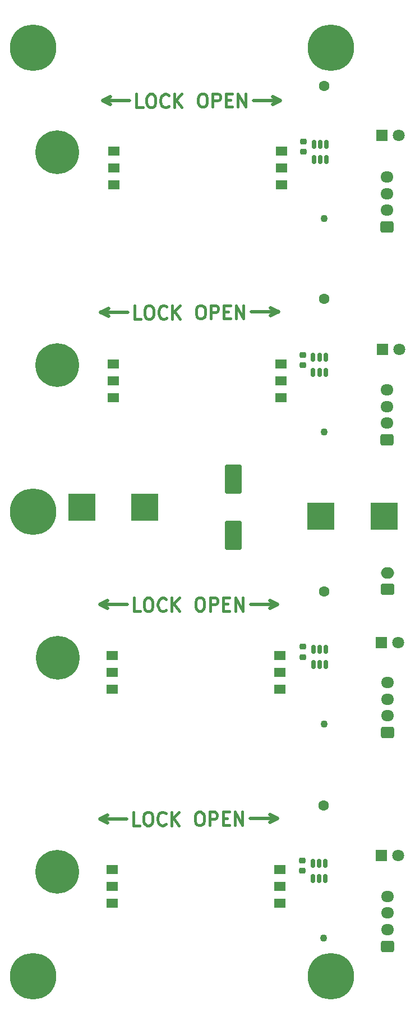
<source format=gts>
%TF.GenerationSoftware,KiCad,Pcbnew,6.0.11-2627ca5db0~126~ubuntu20.04.1*%
%TF.CreationDate,2023-02-14T13:04:39+06:00*%
%TF.ProjectId,Router_Modems,526f7574-6572-45f4-9d6f-64656d732e6b,rev?*%
%TF.SameCoordinates,PX3975790PY2486960*%
%TF.FileFunction,Soldermask,Top*%
%TF.FilePolarity,Negative*%
%FSLAX46Y46*%
G04 Gerber Fmt 4.6, Leading zero omitted, Abs format (unit mm)*
G04 Created by KiCad (PCBNEW 6.0.11-2627ca5db0~126~ubuntu20.04.1) date 2023-02-14 13:04:39*
%MOMM*%
%LPD*%
G01*
G04 APERTURE LIST*
G04 Aperture macros list*
%AMRoundRect*
0 Rectangle with rounded corners*
0 $1 Rounding radius*
0 $2 $3 $4 $5 $6 $7 $8 $9 X,Y pos of 4 corners*
0 Add a 4 corners polygon primitive as box body*
4,1,4,$2,$3,$4,$5,$6,$7,$8,$9,$2,$3,0*
0 Add four circle primitives for the rounded corners*
1,1,$1+$1,$2,$3*
1,1,$1+$1,$4,$5*
1,1,$1+$1,$6,$7*
1,1,$1+$1,$8,$9*
0 Add four rect primitives between the rounded corners*
20,1,$1+$1,$2,$3,$4,$5,0*
20,1,$1+$1,$4,$5,$6,$7,0*
20,1,$1+$1,$6,$7,$8,$9,0*
20,1,$1+$1,$8,$9,$2,$3,0*%
G04 Aperture macros list end*
%ADD10C,0.500000*%
%ADD11C,0.400000*%
%ADD12RoundRect,0.250000X1.000000X-1.950000X1.000000X1.950000X-1.000000X1.950000X-1.000000X-1.950000X0*%
%ADD13RoundRect,0.225000X0.250000X-0.225000X0.250000X0.225000X-0.250000X0.225000X-0.250000X-0.225000X0*%
%ADD14R,1.800000X1.800000*%
%ADD15C,1.800000*%
%ADD16C,7.000000*%
%ADD17RoundRect,0.250000X0.725000X-0.600000X0.725000X0.600000X-0.725000X0.600000X-0.725000X-0.600000X0*%
%ADD18O,1.950000X1.700000*%
%ADD19R,4.100000X4.100000*%
%ADD20R,1.800000X1.400000*%
%ADD21RoundRect,0.150000X-0.150000X0.512500X-0.150000X-0.512500X0.150000X-0.512500X0.150000X0.512500X0*%
%ADD22RoundRect,0.250000X0.750000X-0.600000X0.750000X0.600000X-0.750000X0.600000X-0.750000X-0.600000X0*%
%ADD23O,2.000000X1.700000*%
%ADD24C,6.600000*%
%ADD25C,1.600000*%
%ADD26C,1.100000*%
G04 APERTURE END LIST*
D10*
X10100000Y-83950000D02*
X11300000Y-83350000D01*
X37350000Y-7950000D02*
X36150000Y-7350000D01*
X36950000Y-83900000D02*
X35750000Y-84500000D01*
X37050000Y-39850000D02*
X35850000Y-40450000D01*
X32950000Y-39850000D02*
X37050000Y-39850000D01*
X10200000Y-39900000D02*
X11400000Y-39300000D01*
X33250000Y-7950000D02*
X37350000Y-7950000D01*
X36900000Y-116200000D02*
X35700000Y-115600000D01*
X10050000Y-116250000D02*
X11250000Y-115650000D01*
X37350000Y-7950000D02*
X36150000Y-8550000D01*
X10500000Y-8000000D02*
X11700000Y-7400000D01*
X14150000Y-116250000D02*
X10050000Y-116250000D01*
X14300000Y-39900000D02*
X10200000Y-39900000D01*
X36950000Y-83900000D02*
X35750000Y-83300000D01*
X14200000Y-83950000D02*
X10100000Y-83950000D01*
X10200000Y-39900000D02*
X11400000Y-40500000D01*
X10500000Y-8000000D02*
X11700000Y-8600000D01*
X36900000Y-116200000D02*
X35700000Y-116800000D01*
X32800000Y-116200000D02*
X36900000Y-116200000D01*
X14600000Y-8000000D02*
X10500000Y-8000000D01*
X10050000Y-116250000D02*
X11250000Y-116850000D01*
X10100000Y-83950000D02*
X11300000Y-84550000D01*
X37050000Y-39850000D02*
X35850000Y-39250000D01*
X32850000Y-83900000D02*
X36950000Y-83900000D01*
D11*
X16571428Y-9004761D02*
X15619047Y-9004761D01*
X15619047Y-7004761D01*
X17619047Y-7004761D02*
X18000000Y-7004761D01*
X18190476Y-7100000D01*
X18380952Y-7290476D01*
X18476190Y-7671428D01*
X18476190Y-8338095D01*
X18380952Y-8719047D01*
X18190476Y-8909523D01*
X18000000Y-9004761D01*
X17619047Y-9004761D01*
X17428571Y-8909523D01*
X17238095Y-8719047D01*
X17142857Y-8338095D01*
X17142857Y-7671428D01*
X17238095Y-7290476D01*
X17428571Y-7100000D01*
X17619047Y-7004761D01*
X20476190Y-8814285D02*
X20380952Y-8909523D01*
X20095238Y-9004761D01*
X19904761Y-9004761D01*
X19619047Y-8909523D01*
X19428571Y-8719047D01*
X19333333Y-8528571D01*
X19238095Y-8147619D01*
X19238095Y-7861904D01*
X19333333Y-7480952D01*
X19428571Y-7290476D01*
X19619047Y-7100000D01*
X19904761Y-7004761D01*
X20095238Y-7004761D01*
X20380952Y-7100000D01*
X20476190Y-7195238D01*
X21333333Y-9004761D02*
X21333333Y-7004761D01*
X22476190Y-9004761D02*
X21619047Y-7861904D01*
X22476190Y-7004761D02*
X21333333Y-8147619D01*
X16171428Y-84954761D02*
X15219047Y-84954761D01*
X15219047Y-82954761D01*
X17219047Y-82954761D02*
X17600000Y-82954761D01*
X17790476Y-83050000D01*
X17980952Y-83240476D01*
X18076190Y-83621428D01*
X18076190Y-84288095D01*
X17980952Y-84669047D01*
X17790476Y-84859523D01*
X17600000Y-84954761D01*
X17219047Y-84954761D01*
X17028571Y-84859523D01*
X16838095Y-84669047D01*
X16742857Y-84288095D01*
X16742857Y-83621428D01*
X16838095Y-83240476D01*
X17028571Y-83050000D01*
X17219047Y-82954761D01*
X20076190Y-84764285D02*
X19980952Y-84859523D01*
X19695238Y-84954761D01*
X19504761Y-84954761D01*
X19219047Y-84859523D01*
X19028571Y-84669047D01*
X18933333Y-84478571D01*
X18838095Y-84097619D01*
X18838095Y-83811904D01*
X18933333Y-83430952D01*
X19028571Y-83240476D01*
X19219047Y-83050000D01*
X19504761Y-82954761D01*
X19695238Y-82954761D01*
X19980952Y-83050000D01*
X20076190Y-83145238D01*
X20933333Y-84954761D02*
X20933333Y-82954761D01*
X22076190Y-84954761D02*
X21219047Y-83811904D01*
X22076190Y-82954761D02*
X20933333Y-84097619D01*
X16271428Y-40904761D02*
X15319047Y-40904761D01*
X15319047Y-38904761D01*
X17319047Y-38904761D02*
X17700000Y-38904761D01*
X17890476Y-39000000D01*
X18080952Y-39190476D01*
X18176190Y-39571428D01*
X18176190Y-40238095D01*
X18080952Y-40619047D01*
X17890476Y-40809523D01*
X17700000Y-40904761D01*
X17319047Y-40904761D01*
X17128571Y-40809523D01*
X16938095Y-40619047D01*
X16842857Y-40238095D01*
X16842857Y-39571428D01*
X16938095Y-39190476D01*
X17128571Y-39000000D01*
X17319047Y-38904761D01*
X20176190Y-40714285D02*
X20080952Y-40809523D01*
X19795238Y-40904761D01*
X19604761Y-40904761D01*
X19319047Y-40809523D01*
X19128571Y-40619047D01*
X19033333Y-40428571D01*
X18938095Y-40047619D01*
X18938095Y-39761904D01*
X19033333Y-39380952D01*
X19128571Y-39190476D01*
X19319047Y-39000000D01*
X19604761Y-38904761D01*
X19795238Y-38904761D01*
X20080952Y-39000000D01*
X20176190Y-39095238D01*
X21033333Y-40904761D02*
X21033333Y-38904761D01*
X22176190Y-40904761D02*
X21319047Y-39761904D01*
X22176190Y-38904761D02*
X21033333Y-40047619D01*
X16121428Y-117254761D02*
X15169047Y-117254761D01*
X15169047Y-115254761D01*
X17169047Y-115254761D02*
X17550000Y-115254761D01*
X17740476Y-115350000D01*
X17930952Y-115540476D01*
X18026190Y-115921428D01*
X18026190Y-116588095D01*
X17930952Y-116969047D01*
X17740476Y-117159523D01*
X17550000Y-117254761D01*
X17169047Y-117254761D01*
X16978571Y-117159523D01*
X16788095Y-116969047D01*
X16692857Y-116588095D01*
X16692857Y-115921428D01*
X16788095Y-115540476D01*
X16978571Y-115350000D01*
X17169047Y-115254761D01*
X20026190Y-117064285D02*
X19930952Y-117159523D01*
X19645238Y-117254761D01*
X19454761Y-117254761D01*
X19169047Y-117159523D01*
X18978571Y-116969047D01*
X18883333Y-116778571D01*
X18788095Y-116397619D01*
X18788095Y-116111904D01*
X18883333Y-115730952D01*
X18978571Y-115540476D01*
X19169047Y-115350000D01*
X19454761Y-115254761D01*
X19645238Y-115254761D01*
X19930952Y-115350000D01*
X20026190Y-115445238D01*
X20883333Y-117254761D02*
X20883333Y-115254761D01*
X22026190Y-117254761D02*
X21169047Y-116111904D01*
X22026190Y-115254761D02*
X20883333Y-116397619D01*
X25107142Y-38854761D02*
X25488095Y-38854761D01*
X25678571Y-38950000D01*
X25869047Y-39140476D01*
X25964285Y-39521428D01*
X25964285Y-40188095D01*
X25869047Y-40569047D01*
X25678571Y-40759523D01*
X25488095Y-40854761D01*
X25107142Y-40854761D01*
X24916666Y-40759523D01*
X24726190Y-40569047D01*
X24630952Y-40188095D01*
X24630952Y-39521428D01*
X24726190Y-39140476D01*
X24916666Y-38950000D01*
X25107142Y-38854761D01*
X26821428Y-40854761D02*
X26821428Y-38854761D01*
X27583333Y-38854761D01*
X27773809Y-38950000D01*
X27869047Y-39045238D01*
X27964285Y-39235714D01*
X27964285Y-39521428D01*
X27869047Y-39711904D01*
X27773809Y-39807142D01*
X27583333Y-39902380D01*
X26821428Y-39902380D01*
X28821428Y-39807142D02*
X29488095Y-39807142D01*
X29773809Y-40854761D02*
X28821428Y-40854761D01*
X28821428Y-38854761D01*
X29773809Y-38854761D01*
X30630952Y-40854761D02*
X30630952Y-38854761D01*
X31773809Y-40854761D01*
X31773809Y-38854761D01*
X25007142Y-82904761D02*
X25388095Y-82904761D01*
X25578571Y-83000000D01*
X25769047Y-83190476D01*
X25864285Y-83571428D01*
X25864285Y-84238095D01*
X25769047Y-84619047D01*
X25578571Y-84809523D01*
X25388095Y-84904761D01*
X25007142Y-84904761D01*
X24816666Y-84809523D01*
X24626190Y-84619047D01*
X24530952Y-84238095D01*
X24530952Y-83571428D01*
X24626190Y-83190476D01*
X24816666Y-83000000D01*
X25007142Y-82904761D01*
X26721428Y-84904761D02*
X26721428Y-82904761D01*
X27483333Y-82904761D01*
X27673809Y-83000000D01*
X27769047Y-83095238D01*
X27864285Y-83285714D01*
X27864285Y-83571428D01*
X27769047Y-83761904D01*
X27673809Y-83857142D01*
X27483333Y-83952380D01*
X26721428Y-83952380D01*
X28721428Y-83857142D02*
X29388095Y-83857142D01*
X29673809Y-84904761D02*
X28721428Y-84904761D01*
X28721428Y-82904761D01*
X29673809Y-82904761D01*
X30530952Y-84904761D02*
X30530952Y-82904761D01*
X31673809Y-84904761D01*
X31673809Y-82904761D01*
X24957142Y-115204761D02*
X25338095Y-115204761D01*
X25528571Y-115300000D01*
X25719047Y-115490476D01*
X25814285Y-115871428D01*
X25814285Y-116538095D01*
X25719047Y-116919047D01*
X25528571Y-117109523D01*
X25338095Y-117204761D01*
X24957142Y-117204761D01*
X24766666Y-117109523D01*
X24576190Y-116919047D01*
X24480952Y-116538095D01*
X24480952Y-115871428D01*
X24576190Y-115490476D01*
X24766666Y-115300000D01*
X24957142Y-115204761D01*
X26671428Y-117204761D02*
X26671428Y-115204761D01*
X27433333Y-115204761D01*
X27623809Y-115300000D01*
X27719047Y-115395238D01*
X27814285Y-115585714D01*
X27814285Y-115871428D01*
X27719047Y-116061904D01*
X27623809Y-116157142D01*
X27433333Y-116252380D01*
X26671428Y-116252380D01*
X28671428Y-116157142D02*
X29338095Y-116157142D01*
X29623809Y-117204761D02*
X28671428Y-117204761D01*
X28671428Y-115204761D01*
X29623809Y-115204761D01*
X30480952Y-117204761D02*
X30480952Y-115204761D01*
X31623809Y-117204761D01*
X31623809Y-115204761D01*
X25407142Y-6954761D02*
X25788095Y-6954761D01*
X25978571Y-7050000D01*
X26169047Y-7240476D01*
X26264285Y-7621428D01*
X26264285Y-8288095D01*
X26169047Y-8669047D01*
X25978571Y-8859523D01*
X25788095Y-8954761D01*
X25407142Y-8954761D01*
X25216666Y-8859523D01*
X25026190Y-8669047D01*
X24930952Y-8288095D01*
X24930952Y-7621428D01*
X25026190Y-7240476D01*
X25216666Y-7050000D01*
X25407142Y-6954761D01*
X27121428Y-8954761D02*
X27121428Y-6954761D01*
X27883333Y-6954761D01*
X28073809Y-7050000D01*
X28169047Y-7145238D01*
X28264285Y-7335714D01*
X28264285Y-7621428D01*
X28169047Y-7811904D01*
X28073809Y-7907142D01*
X27883333Y-8002380D01*
X27121428Y-8002380D01*
X29121428Y-7907142D02*
X29788095Y-7907142D01*
X30073809Y-8954761D02*
X29121428Y-8954761D01*
X29121428Y-6954761D01*
X30073809Y-6954761D01*
X30930952Y-8954761D02*
X30930952Y-6954761D01*
X32073809Y-8954761D01*
X32073809Y-6954761D01*
D12*
%TO.C,C37*%
X30250000Y-73482500D03*
X30250000Y-65082500D03*
%TD*%
D13*
%TO.C,C11*%
X40675000Y-124100000D03*
X40675000Y-122550000D03*
%TD*%
D14*
%TO.C,D1*%
X52620000Y-89700000D03*
D15*
X55160000Y-89700000D03*
%TD*%
D16*
%TO.C,H1*%
X0Y0D03*
%TD*%
D14*
%TO.C,D3*%
X52595000Y-121800000D03*
D15*
X55135000Y-121800000D03*
%TD*%
D17*
%TO.C,X12*%
X53425000Y-59100000D03*
D18*
X53425000Y-56600000D03*
X53425000Y-54100000D03*
X53425000Y-51600000D03*
%TD*%
D19*
%TO.C,L2*%
X43475000Y-70625000D03*
X52975000Y-70625000D03*
%TD*%
D17*
%TO.C,X13*%
X53425000Y-27000000D03*
D18*
X53425000Y-24500000D03*
X53425000Y-22000000D03*
X53425000Y-19500000D03*
%TD*%
D17*
%TO.C,X9*%
X53475000Y-135450000D03*
D18*
X53475000Y-132950000D03*
X53475000Y-130450000D03*
X53475000Y-127950000D03*
%TD*%
D14*
%TO.C,D5*%
X52770000Y-45500000D03*
D15*
X55310000Y-45500000D03*
%TD*%
D16*
%TO.C,H5*%
X45000000Y-140000000D03*
%TD*%
%TO.C,H4*%
X45000000Y0D03*
%TD*%
D20*
%TO.C,X6*%
X37400000Y-47675000D03*
X37400000Y-50215000D03*
X37400000Y-52755000D03*
X12100000Y-47675000D03*
X12100000Y-50215000D03*
X12100000Y-52755000D03*
%TD*%
D13*
%TO.C,C30*%
X40800000Y-15725000D03*
X40800000Y-14175000D03*
%TD*%
D21*
%TO.C,U1*%
X44225000Y-90687500D03*
X43275000Y-90687500D03*
X42325000Y-90687500D03*
X42325000Y-92962500D03*
X43275000Y-92962500D03*
X44225000Y-92962500D03*
%TD*%
D16*
%TO.C,H3*%
X0Y-140000000D03*
%TD*%
%TO.C,H2*%
X0Y-70000000D03*
%TD*%
D19*
%TO.C,L1*%
X16875000Y-69240000D03*
X7375000Y-69240000D03*
%TD*%
D21*
%TO.C,U3*%
X44150000Y-122937500D03*
X43200000Y-122937500D03*
X42250000Y-122937500D03*
X42250000Y-125212500D03*
X43200000Y-125212500D03*
X44150000Y-125212500D03*
%TD*%
D13*
%TO.C,C1*%
X40700000Y-91850000D03*
X40700000Y-90300000D03*
%TD*%
D20*
%TO.C,X10*%
X37500000Y-15600000D03*
X37500000Y-18140000D03*
X37500000Y-20680000D03*
X12200000Y-15600000D03*
X12200000Y-18140000D03*
X12200000Y-20680000D03*
%TD*%
%TO.C,X1*%
X37250000Y-91625000D03*
X37250000Y-94165000D03*
X37250000Y-96705000D03*
X11950000Y-91625000D03*
X11950000Y-94165000D03*
X11950000Y-96705000D03*
%TD*%
%TO.C,X4*%
X37225000Y-123900000D03*
X37225000Y-126440000D03*
X37225000Y-128980000D03*
X11925000Y-123900000D03*
X11925000Y-126440000D03*
X11925000Y-128980000D03*
%TD*%
D22*
%TO.C,X2*%
X53525000Y-81675000D03*
D23*
X53525000Y-79175000D03*
%TD*%
D14*
%TO.C,D6*%
X52625000Y-13250000D03*
D15*
X55165000Y-13250000D03*
%TD*%
D13*
%TO.C,C23*%
X40700000Y-47850000D03*
X40700000Y-46300000D03*
%TD*%
D17*
%TO.C,X8*%
X53475000Y-103200000D03*
D18*
X53475000Y-100700000D03*
X53475000Y-98200000D03*
X53475000Y-95700000D03*
%TD*%
D21*
%TO.C,U5*%
X44175000Y-46712500D03*
X43225000Y-46712500D03*
X42275000Y-46712500D03*
X42275000Y-48987500D03*
X43225000Y-48987500D03*
X44175000Y-48987500D03*
%TD*%
%TO.C,U6*%
X44300000Y-14612500D03*
X43350000Y-14612500D03*
X42400000Y-14612500D03*
X42400000Y-16887500D03*
X43350000Y-16887500D03*
X44300000Y-16887500D03*
%TD*%
D24*
%TO.C,N2*%
X3612500Y-124200000D03*
%TD*%
D25*
%TO.C,X5*%
X43862500Y-114200000D03*
D26*
X43862500Y-134200000D03*
%TD*%
D24*
%TO.C,N3*%
X3662500Y-47900000D03*
%TD*%
D26*
%TO.C,X7*%
X43912500Y-57900000D03*
D25*
X43912500Y-37900000D03*
%TD*%
D24*
%TO.C,N1*%
X3662500Y-15800000D03*
%TD*%
D26*
%TO.C,X3*%
X43962500Y-101950000D03*
D25*
X43962500Y-81950000D03*
%TD*%
D24*
%TO.C,N4*%
X3712500Y-91950000D03*
%TD*%
D26*
%TO.C,X11*%
X43912500Y-25800000D03*
D25*
X43912500Y-5800000D03*
%TD*%
M02*

</source>
